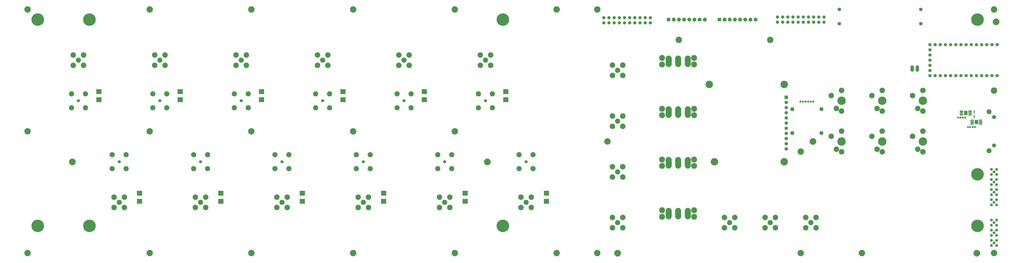
<source format=gbs>
G75*
%MOIN*%
%OFA0B0*%
%FSLAX25Y25*%
%IPPOS*%
%LPD*%
%AMOC8*
5,1,8,0,0,1.08239X$1,22.5*
%
%ADD10C,0.12411*%
%ADD11C,0.24222*%
%ADD12C,0.05915*%
%ADD13C,0.10049*%
%ADD14OC8,0.06000*%
%ADD15OC8,0.07096*%
%ADD16R,0.07096X0.07096*%
%ADD17C,0.09900*%
%ADD18C,0.10650*%
%ADD19OC8,0.12411*%
%ADD20C,0.06300*%
%ADD21C,0.06600*%
%ADD22R,0.06600X0.06600*%
%ADD23C,0.14443*%
%ADD24C,0.07687*%
%ADD25C,0.09655*%
%ADD26R,0.02300X0.02300*%
%ADD27R,0.06899X0.02175*%
%ADD28R,0.06781X0.08041*%
%ADD29R,0.03300X0.03600*%
%ADD30C,0.06899*%
%ADD31C,0.05324*%
%ADD32C,0.04143*%
%ADD33C,0.06506*%
%ADD34C,0.11525*%
%ADD35C,0.11525*%
%ADD36C,0.10724*%
%ADD37C,0.10600*%
%ADD38C,0.16350*%
%ADD39R,0.10443X0.09655*%
D10*
X0020685Y0080040D03*
X0256906Y0080040D03*
X0453756Y0080040D03*
X0650606Y0080040D03*
X0847457Y0080040D03*
X1044307Y0080040D03*
X1123047Y0080040D03*
X1516748Y0080040D03*
X1634858Y0080040D03*
X1890764Y0080040D03*
X1516748Y0276891D03*
X1890764Y0395001D03*
X1457693Y0493426D03*
X1280528Y0493426D03*
X1123047Y0552481D03*
X1044307Y0552481D03*
X0847457Y0552481D03*
X0650606Y0552481D03*
X0453756Y0552481D03*
X0256906Y0552481D03*
X0020685Y0552481D03*
X0020685Y0316261D03*
X0256906Y0316261D03*
X0453756Y0316261D03*
X0650606Y0316261D03*
X0847457Y0316261D03*
X1142732Y0296576D03*
X1890764Y0552481D03*
D11*
X1858480Y0532796D03*
X1858480Y0232796D03*
X1858480Y0132796D03*
X0940370Y0132796D03*
X0140370Y0132796D03*
X0040370Y0132796D03*
X0040370Y0532796D03*
X0140370Y0532796D03*
X0940370Y0532796D03*
D12*
X0906512Y0375316D03*
X0749031Y0375316D03*
X0591551Y0375316D03*
X0434071Y0375316D03*
X0276591Y0375316D03*
X0119110Y0375316D03*
X0197850Y0257206D03*
X0355331Y0257206D03*
X0512811Y0257206D03*
X0670291Y0257206D03*
X0827772Y0257206D03*
X0985252Y0257206D03*
D13*
X0998756Y0270709D03*
X0971748Y0270709D03*
X0971748Y0243702D03*
X0998756Y0243702D03*
X0841276Y0243702D03*
X0814268Y0243702D03*
X0814268Y0270709D03*
X0841276Y0270709D03*
X0683795Y0270709D03*
X0656787Y0270709D03*
X0656787Y0243702D03*
X0683795Y0243702D03*
X0526315Y0243702D03*
X0499307Y0243702D03*
X0499307Y0270709D03*
X0526315Y0270709D03*
X0368835Y0270709D03*
X0341827Y0270709D03*
X0341827Y0243702D03*
X0368835Y0243702D03*
X0211354Y0243702D03*
X0184346Y0243702D03*
X0184346Y0270709D03*
X0211354Y0270709D03*
X0263087Y0361812D03*
X0290094Y0361812D03*
X0290094Y0388820D03*
X0263087Y0388820D03*
X0132614Y0388820D03*
X0105606Y0388820D03*
X0105606Y0361812D03*
X0132614Y0361812D03*
X0420567Y0361812D03*
X0447575Y0361812D03*
X0447575Y0388820D03*
X0420567Y0388820D03*
X0578047Y0388820D03*
X0605055Y0388820D03*
X0605055Y0361812D03*
X0578047Y0361812D03*
X0735528Y0361812D03*
X0762535Y0361812D03*
X0762535Y0388820D03*
X0735528Y0388820D03*
X0893008Y0388820D03*
X0920016Y0388820D03*
X0920016Y0361812D03*
X0893008Y0361812D03*
D14*
X1135606Y0526576D03*
X1145606Y0526576D03*
X1155606Y0526576D03*
X1165606Y0526576D03*
X1175606Y0526576D03*
X1185606Y0526576D03*
X1195606Y0526576D03*
X1205606Y0526576D03*
X1215606Y0526576D03*
X1225606Y0526576D03*
X1225606Y0536576D03*
X1215606Y0536576D03*
X1205606Y0536576D03*
X1195606Y0536576D03*
X1185606Y0536576D03*
X1175606Y0536576D03*
X1165606Y0536576D03*
X1155606Y0536576D03*
X1145606Y0536576D03*
X1135606Y0536576D03*
X1471748Y0537796D03*
X1481748Y0537796D03*
X1491748Y0537796D03*
X1501748Y0537796D03*
X1511748Y0537796D03*
X1521748Y0537796D03*
X1531748Y0537796D03*
X1541748Y0537796D03*
X1551748Y0537796D03*
X1561748Y0537796D03*
X1561748Y0527796D03*
X1551748Y0527796D03*
X1541748Y0527796D03*
X1531748Y0527796D03*
X1521748Y0527796D03*
X1511748Y0527796D03*
X1501748Y0527796D03*
X1491748Y0527796D03*
X1481748Y0527796D03*
X1471748Y0527796D03*
D15*
X1429268Y0532796D03*
X1419268Y0532796D03*
X1409268Y0532796D03*
X1399268Y0532796D03*
X1389268Y0532796D03*
X1379268Y0532796D03*
X1369268Y0532796D03*
X1330843Y0532796D03*
X1320843Y0532796D03*
X1310843Y0532796D03*
X1300843Y0532796D03*
X1290843Y0532796D03*
X1280843Y0532796D03*
X1270843Y0532796D03*
D16*
X1260843Y0532796D03*
X1359268Y0532796D03*
D17*
X1162417Y0434371D03*
X0906512Y0454056D03*
X0749031Y0454056D03*
X0591551Y0454056D03*
X0434071Y0454056D03*
X0276591Y0454056D03*
X0119110Y0454056D03*
X0197850Y0178465D03*
X0355331Y0178465D03*
X0512811Y0178465D03*
X0670291Y0178465D03*
X0827772Y0178465D03*
X0985252Y0178465D03*
X1162417Y0139095D03*
X1378953Y0139095D03*
X1457693Y0139095D03*
X1536433Y0139095D03*
X1162417Y0237520D03*
X1162417Y0335946D03*
D18*
X1152417Y0325946D03*
X1172417Y0325946D03*
X1172417Y0345946D03*
X1152417Y0345946D03*
X1152417Y0424371D03*
X1172417Y0424371D03*
X1172417Y0444371D03*
X1152417Y0444371D03*
X0916512Y0444056D03*
X0896512Y0444056D03*
X0896512Y0464056D03*
X0916512Y0464056D03*
X0759031Y0464056D03*
X0739031Y0464056D03*
X0739031Y0444056D03*
X0759031Y0444056D03*
X0601551Y0444056D03*
X0581551Y0444056D03*
X0581551Y0464056D03*
X0601551Y0464056D03*
X0444071Y0464056D03*
X0424071Y0464056D03*
X0424071Y0444056D03*
X0444071Y0444056D03*
X0286591Y0444056D03*
X0266591Y0444056D03*
X0266591Y0464056D03*
X0286591Y0464056D03*
X0129110Y0464056D03*
X0109110Y0464056D03*
X0109110Y0444056D03*
X0129110Y0444056D03*
X0187850Y0188465D03*
X0207850Y0188465D03*
X0207850Y0168465D03*
X0187850Y0168465D03*
X0345331Y0168465D03*
X0365331Y0168465D03*
X0365331Y0188465D03*
X0345331Y0188465D03*
X0502811Y0188465D03*
X0522811Y0188465D03*
X0522811Y0168465D03*
X0502811Y0168465D03*
X0660291Y0168465D03*
X0680291Y0168465D03*
X0680291Y0188465D03*
X0660291Y0188465D03*
X0817772Y0188465D03*
X0837772Y0188465D03*
X0837772Y0168465D03*
X0817772Y0168465D03*
X0975252Y0168465D03*
X0995252Y0168465D03*
X0995252Y0188465D03*
X0975252Y0188465D03*
X1152417Y0227520D03*
X1172417Y0227520D03*
X1172417Y0247520D03*
X1152417Y0247520D03*
X1152417Y0149095D03*
X1172417Y0149095D03*
X1172417Y0129095D03*
X1152417Y0129095D03*
X1368953Y0129095D03*
X1388953Y0129095D03*
X1388953Y0149095D03*
X1368953Y0149095D03*
X1447693Y0149095D03*
X1467693Y0149095D03*
X1467693Y0129095D03*
X1447693Y0129095D03*
X1526433Y0129095D03*
X1546433Y0129095D03*
X1546433Y0149095D03*
X1526433Y0149095D03*
D19*
X1857299Y0079646D03*
X1540370Y0296576D03*
X1162417Y0079646D03*
X0910449Y0256812D03*
X0107299Y0256812D03*
X1894701Y0528465D03*
D20*
X1896709Y0484056D03*
X1886709Y0484056D03*
X1876709Y0484056D03*
X1866709Y0484056D03*
X1856709Y0484056D03*
X1846709Y0484056D03*
X1836709Y0484056D03*
X1826709Y0484056D03*
X1816709Y0484056D03*
X1806709Y0484056D03*
X1796709Y0484056D03*
X1786709Y0484056D03*
X1776709Y0484056D03*
X1766709Y0484056D03*
X1766709Y0474056D03*
X1766709Y0464056D03*
X1766709Y0454056D03*
X1766709Y0444056D03*
X1766709Y0434056D03*
X1766709Y0424056D03*
X1776709Y0424056D03*
X1786709Y0424056D03*
X1796709Y0424056D03*
X1806709Y0424056D03*
X1816709Y0424056D03*
X1826709Y0424056D03*
X1836709Y0424056D03*
X1846709Y0424056D03*
X1856709Y0424056D03*
X1866709Y0424056D03*
X1876709Y0424056D03*
X1886709Y0424056D03*
X1896709Y0424056D03*
D21*
X1488583Y0372206D03*
X1488583Y0362206D03*
X1488583Y0352206D03*
X1488583Y0342206D03*
X1488583Y0332206D03*
X1488583Y0322206D03*
X1488583Y0312206D03*
X1488583Y0302206D03*
X1488583Y0292206D03*
X1488583Y0282206D03*
D22*
X1488583Y0382206D03*
D23*
X1484583Y0407206D03*
X1339583Y0407206D03*
X1349583Y0257206D03*
X1484583Y0257206D03*
D24*
X1500409Y0312717D03*
X1556709Y0312717D03*
X1556709Y0359174D03*
X1500409Y0359174D03*
X1890764Y0343820D03*
X1890764Y0288702D03*
D25*
X1880921Y0278465D03*
X1880921Y0354056D03*
D26*
X1852181Y0353662D03*
X1852181Y0351462D03*
X1852181Y0347201D03*
X1852181Y0345001D03*
X1852181Y0342801D03*
X1852181Y0355862D03*
D27*
X1844307Y0355532D03*
X1844307Y0352973D03*
X1844307Y0350414D03*
X1844307Y0347855D03*
X1848244Y0337816D03*
X1848244Y0335257D03*
X1848244Y0332698D03*
X1848244Y0330139D03*
X1864780Y0330139D03*
X1864780Y0332698D03*
X1864780Y0335257D03*
X1864780Y0337816D03*
X1827772Y0347855D03*
X1827772Y0350414D03*
X1827772Y0352973D03*
X1827772Y0355532D03*
D28*
X1836039Y0351694D03*
X1856512Y0333977D03*
D29*
X1853494Y0324528D03*
X1849294Y0324528D03*
X1844439Y0324528D03*
X1840239Y0324528D03*
X1834596Y0342639D03*
X1830396Y0342639D03*
X1825541Y0342639D03*
X1821341Y0342639D03*
D30*
X1749031Y0524922D03*
X1749031Y0552481D03*
X1591157Y0552481D03*
X1591157Y0524922D03*
D31*
X1885764Y0242520D03*
X1890764Y0237520D03*
X1895764Y0232520D03*
X1885764Y0232520D03*
X1895764Y0242520D03*
X1895764Y0222835D03*
X1890764Y0217835D03*
X1895764Y0212835D03*
X1885764Y0212835D03*
X1885764Y0222835D03*
X1885764Y0203150D03*
X1890764Y0198150D03*
X1895764Y0193150D03*
X1885764Y0193150D03*
X1895764Y0203150D03*
X1895764Y0183465D03*
X1890764Y0178465D03*
X1895764Y0173465D03*
X1885764Y0173465D03*
X1885764Y0183465D03*
X1885764Y0144095D03*
X1890764Y0139095D03*
X1895764Y0134095D03*
X1885764Y0134095D03*
X1895764Y0144095D03*
X1895764Y0124410D03*
X1890764Y0119410D03*
X1895764Y0114410D03*
X1885764Y0114410D03*
X1885764Y0124410D03*
X1885764Y0104725D03*
X1890764Y0099725D03*
X1895764Y0094725D03*
X1895764Y0104725D03*
X1885764Y0094725D03*
D32*
X1541059Y0373741D03*
X1536059Y0373741D03*
X1531059Y0373741D03*
X1526059Y0373741D03*
X1521059Y0373741D03*
X1516059Y0373741D03*
D33*
X1732220Y0434961D02*
X1732220Y0440867D01*
X1742220Y0440867D02*
X1742220Y0434961D01*
D34*
X1297850Y0446625D02*
X1297850Y0457550D01*
X1279346Y0457550D02*
X1279346Y0446625D01*
X1260843Y0446625D02*
X1260843Y0457550D01*
X1260843Y0359125D02*
X1260843Y0348200D01*
X1279346Y0348200D02*
X1279346Y0359125D01*
X1297850Y0359125D02*
X1297850Y0348200D01*
X1297850Y0260700D02*
X1297850Y0249774D01*
X1279346Y0249774D02*
X1279346Y0260700D01*
X1260843Y0260700D02*
X1260843Y0249774D01*
X1260843Y0162274D02*
X1260843Y0151349D01*
X1279346Y0151349D02*
X1279346Y0162274D01*
X1297850Y0162274D02*
X1297850Y0151349D01*
D35*
X1310350Y0150552D03*
X1310350Y0163072D03*
X1248343Y0163072D03*
X1248343Y0150552D03*
X1248343Y0248977D03*
X1248343Y0261497D03*
X1310350Y0261497D03*
X1310350Y0248977D03*
X1310350Y0347402D03*
X1310350Y0359922D03*
X1248343Y0359922D03*
X1248343Y0347402D03*
X1248343Y0445828D03*
X1248343Y0458347D03*
X1310350Y0458347D03*
X1310350Y0445828D03*
D36*
X1595488Y0395316D03*
X1674228Y0395316D03*
X1752969Y0395316D03*
X1752969Y0355316D03*
X1674228Y0355316D03*
X1595488Y0355316D03*
X1595488Y0316576D03*
X1674228Y0316576D03*
X1752969Y0316576D03*
X1752969Y0276576D03*
X1674228Y0276576D03*
X1595488Y0276576D03*
D37*
X1585488Y0281576D03*
X1575488Y0306576D03*
X1654228Y0306576D03*
X1664228Y0281576D03*
X1732969Y0306576D03*
X1742969Y0281576D03*
X1742969Y0360316D03*
X1732969Y0385316D03*
X1664228Y0360316D03*
X1654228Y0385316D03*
X1585488Y0360316D03*
X1575488Y0385316D03*
D38*
X1595488Y0375316D03*
X1674228Y0375316D03*
X1752969Y0375316D03*
X1752969Y0296576D03*
X1674228Y0296576D03*
X1595488Y0296576D03*
D39*
X1024622Y0196182D03*
X1024622Y0180434D03*
X0867142Y0180434D03*
X0867142Y0196182D03*
X0709661Y0196182D03*
X0709661Y0180434D03*
X0552181Y0180434D03*
X0552181Y0196182D03*
X0394701Y0196182D03*
X0394701Y0180434D03*
X0237220Y0180434D03*
X0237220Y0196182D03*
X0158480Y0377284D03*
X0158480Y0393032D03*
X0315961Y0393032D03*
X0315961Y0377284D03*
X0473441Y0377284D03*
X0473441Y0393032D03*
X0630921Y0393032D03*
X0630921Y0377284D03*
X0788402Y0377284D03*
X0788402Y0393032D03*
X0945882Y0393032D03*
X0945882Y0377284D03*
M02*

</source>
